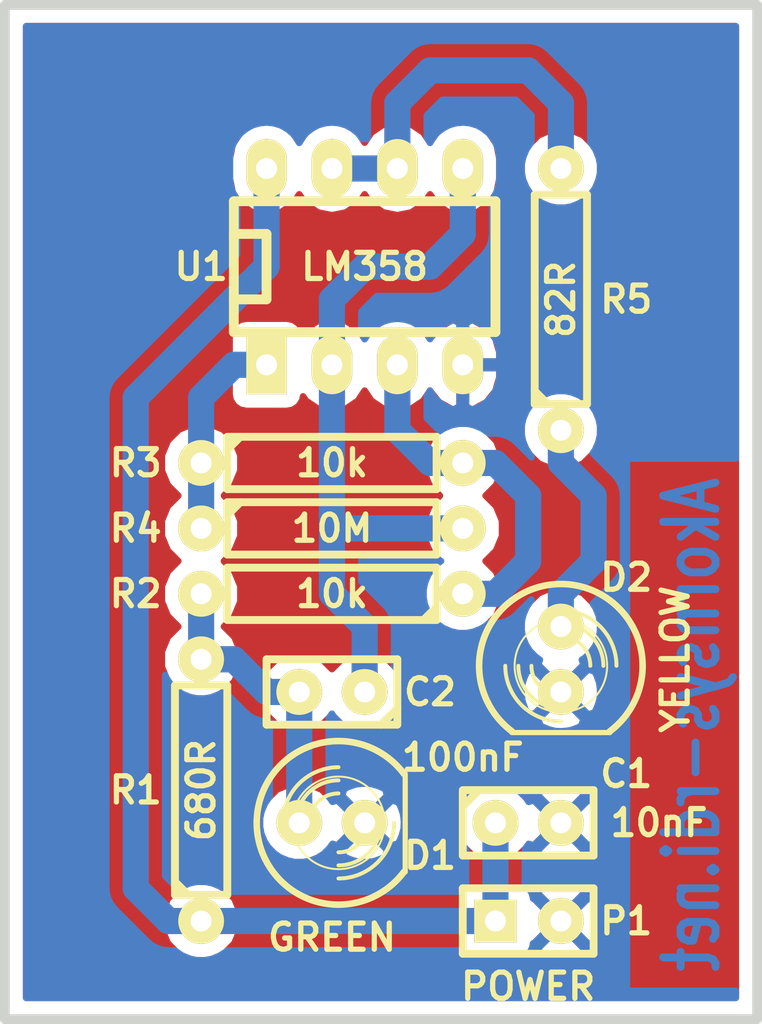
<source format=kicad_pcb>
(kicad_pcb (version 4) (host pcbnew 0.201412031631+5310~19~ubuntu14.04.1-product)

  (general
    (links 20)
    (no_connects 0)
    (area 130.619499 81.089499 160.210501 120.840501)
    (thickness 1.6002)
    (drawings 5)
    (tracks 46)
    (zones 0)
    (modules 11)
    (nets 9)
  )

  (page A4)
  (title_block
    (date "13 sep 2011")
  )

  (layers
    (0 Comp. signal)
    (31 Cobre signal)
    (32 B.Adhes user hide)
    (33 F.Adhes user hide)
    (34 B.Paste user hide)
    (35 F.Paste user hide)
    (36 B.SilkS user)
    (37 F.SilkS user)
    (38 B.Mask user)
    (39 F.Mask user)
    (40 Dwgs.User user hide)
    (41 Cmts.User user hide)
    (42 Eco1.User user hide)
    (43 Eco2.User user hide)
    (44 Edge.Cuts user)
  )

  (setup
    (last_trace_width 0.2032)
    (trace_clearance 0.254)
    (zone_clearance 0.508)
    (zone_45_only no)
    (trace_min 0.2032)
    (segment_width 0.381)
    (edge_width 0.381)
    (via_size 0.889)
    (via_drill 0.635)
    (via_min_size 0.889)
    (via_min_drill 0.508)
    (uvia_size 0.508)
    (uvia_drill 0.127)
    (uvias_allowed no)
    (uvia_min_size 0.508)
    (uvia_min_drill 0.127)
    (pcb_text_width 0.3048)
    (pcb_text_size 1.524 2.032)
    (mod_edge_width 0.381)
    (mod_text_size 1.524 1.524)
    (mod_text_width 0.3048)
    (pad_size 1.778 1.778)
    (pad_drill 0.8128)
    (pad_to_mask_clearance 0.254)
    (aux_axis_origin 0 0)
    (visible_elements FFFFFFFF)
    (pcbplotparams
      (layerselection 0x00000_80000000)
      (usegerberextensions false)
      (excludeedgelayer true)
      (linewidth 0.100000)
      (plotframeref false)
      (viasonmask false)
      (mode 1)
      (useauxorigin false)
      (hpglpennumber 1)
      (hpglpenspeed 20)
      (hpglpendiameter 15)
      (hpglpenoverlay 2)
      (psnegative false)
      (psa4output false)
      (plotreference false)
      (plotvalue false)
      (plotinvisibletext false)
      (padsonsilk false)
      (subtractmaskfromsilk false)
      (outputformat 1)
      (mirror false)
      (drillshape 0)
      (scaleselection 1)
      (outputdirectory ""))
  )

  (net 0 "")
  (net 1 GND)
  (net 2 N-000001)
  (net 3 N-000003)
  (net 4 N-000004)
  (net 5 N-000005)
  (net 6 N-000006)
  (net 7 N-000007)
  (net 8 VCC)

  (net_class Default "This is the default net class."
    (clearance 0.254)
    (trace_width 0.2032)
    (via_dia 0.889)
    (via_drill 0.635)
    (uvia_dia 0.508)
    (uvia_drill 0.127)
    (add_net GND)
    (add_net N-000001)
    (add_net N-000003)
    (add_net N-000004)
    (add_net N-000005)
    (add_net N-000006)
    (add_net N-000007)
    (add_net VCC)
  )

  (module C1 (layer Comp.) (tedit 5482207B) (tstamp 4E6F6825)
    (at 143.51 107.95 180)
    (descr "Condensateur e = 1 pas")
    (tags C)
    (path /4E6F6825)
    (fp_text reference C2 (at -3.81 0 180) (layer F.SilkS)
      (effects (font (size 1.016 1.016) (thickness 0.2032)))
    )
    (fp_text value 100nF (at -5.08 -2.54 180) (layer F.SilkS)
      (effects (font (size 1.016 1.016) (thickness 0.2032)))
    )
    (fp_line (start -2.4892 -1.27) (end 2.54 -1.27) (layer F.SilkS) (width 0.3048))
    (fp_line (start 2.54 -1.27) (end 2.54 1.27) (layer F.SilkS) (width 0.3048))
    (fp_line (start 2.54 1.27) (end -2.54 1.27) (layer F.SilkS) (width 0.3048))
    (fp_line (start -2.54 1.27) (end -2.54 -1.27) (layer F.SilkS) (width 0.3048))
    (fp_line (start -2.54 -0.635) (end -1.905 -1.27) (layer F.SilkS) (width 0.3048))
    (pad 1 thru_hole circle (at -1.27 0 180) (size 1.778 1.778) (drill 0.8128) (layers *.Cu *.Mask F.SilkS)
      (net 7 N-000007))
    (pad 2 thru_hole circle (at 1.27 0 180) (size 1.778 1.778) (drill 0.8128) (layers *.Cu *.Mask F.SilkS)
      (net 3 N-000003))
    (model discret/capa_1_pas.wrl
      (at (xyz 0 0 0))
      (scale (xyz 1 1 1))
      (rotate (xyz 0 0 0))
    )
  )

  (module C1 (layer Comp.) (tedit 5482207E) (tstamp 4E6F6828)
    (at 151.13 113.03)
    (descr "Condensateur e = 1 pas")
    (tags C)
    (path /4E6F6828)
    (fp_text reference C1 (at 3.81 -1.905) (layer F.SilkS)
      (effects (font (size 1.016 1.016) (thickness 0.2032)))
    )
    (fp_text value 10nF (at 5.08 0) (layer F.SilkS)
      (effects (font (size 1.016 1.016) (thickness 0.2032)))
    )
    (fp_line (start -2.4892 -1.27) (end 2.54 -1.27) (layer F.SilkS) (width 0.3048))
    (fp_line (start 2.54 -1.27) (end 2.54 1.27) (layer F.SilkS) (width 0.3048))
    (fp_line (start 2.54 1.27) (end -2.54 1.27) (layer F.SilkS) (width 0.3048))
    (fp_line (start -2.54 1.27) (end -2.54 -1.27) (layer F.SilkS) (width 0.3048))
    (fp_line (start -2.54 -0.635) (end -1.905 -1.27) (layer F.SilkS) (width 0.3048))
    (pad 1 thru_hole circle (at -1.27 0) (size 1.778 1.778) (drill 0.8128) (layers *.Cu *.Mask F.SilkS)
      (net 8 VCC))
    (pad 2 thru_hole circle (at 1.27 0) (size 1.778 1.778) (drill 0.8128) (layers *.Cu *.Mask F.SilkS)
      (net 1 GND))
    (model discret/capa_1_pas.wrl
      (at (xyz 0 0 0))
      (scale (xyz 1 1 1))
      (rotate (xyz 0 0 0))
    )
  )

  (module DIP-8__300_ELL (layer Comp.) (tedit 548222B6) (tstamp 4E6F6887)
    (at 144.78 91.44)
    (descr "8 pins DIL package, elliptical pads")
    (tags DIL)
    (path /4E6F6887)
    (fp_text reference U1 (at -6.35 0) (layer F.SilkS)
      (effects (font (size 1.016 1.016) (thickness 0.2032)))
    )
    (fp_text value LM358 (at 0 0) (layer F.SilkS)
      (effects (font (size 1.016 1.016) (thickness 0.2032)))
    )
    (fp_line (start -5.08 -1.27) (end -3.81 -1.27) (layer F.SilkS) (width 0.381))
    (fp_line (start -3.81 -1.27) (end -3.81 1.27) (layer F.SilkS) (width 0.381))
    (fp_line (start -3.81 1.27) (end -5.08 1.27) (layer F.SilkS) (width 0.381))
    (fp_line (start -5.08 -2.54) (end 5.08 -2.54) (layer F.SilkS) (width 0.381))
    (fp_line (start 5.08 -2.54) (end 5.08 2.54) (layer F.SilkS) (width 0.381))
    (fp_line (start 5.08 2.54) (end -5.08 2.54) (layer F.SilkS) (width 0.381))
    (fp_line (start -5.08 2.54) (end -5.08 -2.54) (layer F.SilkS) (width 0.381))
    (pad 1 thru_hole rect (at -3.81 3.81) (size 1.5748 2.286) (drill 0.8128) (layers *.Cu *.Mask F.SilkS)
      (net 6 N-000006))
    (pad 2 thru_hole oval (at -1.27 3.81) (size 1.5748 2.286) (drill 0.8128) (layers *.Cu *.Mask F.SilkS)
      (net 7 N-000007))
    (pad 3 thru_hole oval (at 1.27 3.81) (size 1.5748 2.286) (drill 0.8128) (layers *.Cu *.Mask F.SilkS)
      (net 4 N-000004))
    (pad 4 thru_hole oval (at 3.81 3.81) (size 1.5748 2.286) (drill 0.8128) (layers *.Cu *.Mask F.SilkS)
      (net 1 GND))
    (pad 5 thru_hole oval (at 3.81 -3.81) (size 1.5748 2.286) (drill 0.8128) (layers *.Cu *.Mask F.SilkS)
      (net 7 N-000007) (solder_mask_margin 0.254))
    (pad 6 thru_hole oval (at 1.27 -3.81) (size 1.5748 2.286) (drill 0.8128) (layers *.Cu *.Mask F.SilkS)
      (net 2 N-000001))
    (pad 7 thru_hole oval (at -1.27 -3.81) (size 1.5748 2.286) (drill 0.8128) (layers *.Cu *.Mask F.SilkS)
      (net 2 N-000001))
    (pad 8 thru_hole oval (at -3.81 -3.81) (size 1.5748 2.286) (drill 0.8128) (layers *.Cu *.Mask F.SilkS)
      (net 8 VCC))
    (model dil/dil_8.wrl
      (at (xyz 0 0 0))
      (scale (xyz 1 1 1))
      (rotate (xyz 0 0 0))
    )
  )

  (module LED-5MM (layer Comp.) (tedit 54822079) (tstamp 4E6F6841)
    (at 152.4 106.68 270)
    (descr "LED 5mm - Lead pitch 100mil (2,54mm)")
    (tags "LED led 5mm 5MM 100mil 2,54mm")
    (path /4E6F6841)
    (attr virtual)
    (fp_text reference D2 (at -3.175 -2.54 360) (layer F.SilkS)
      (effects (font (size 1.016 1.016) (thickness 0.2032)))
    )
    (fp_text value YELLOW (at 0 -4.445 270) (layer F.SilkS)
      (effects (font (size 1.016 1.016) (thickness 0.2032)))
    )
    (fp_line (start 2.8448 1.905) (end 2.8448 -1.905) (layer F.SilkS) (width 0.2032))
    (fp_circle (center 0.254 0) (end -1.016 1.27) (layer F.SilkS) (width 0.0762))
    (fp_arc (start 0.254 0) (end 2.794 1.905) (angle 286.2) (layer F.SilkS) (width 0.254))
    (fp_arc (start 0.254 0) (end -0.889 0) (angle 90) (layer F.SilkS) (width 0.1524))
    (fp_arc (start 0.254 0) (end 1.397 0) (angle 90) (layer F.SilkS) (width 0.1524))
    (fp_arc (start 0.254 0) (end -1.397 0) (angle 90) (layer F.SilkS) (width 0.1524))
    (fp_arc (start 0.254 0) (end 1.905 0) (angle 90) (layer F.SilkS) (width 0.1524))
    (fp_arc (start 0.254 0) (end -1.905 0) (angle 90) (layer F.SilkS) (width 0.1524))
    (fp_arc (start 0.254 0) (end 2.413 0) (angle 90) (layer F.SilkS) (width 0.1524))
    (pad 1 thru_hole circle (at -1.27 0 270) (size 1.778 1.778) (drill 0.8128) (layers *.Cu *.Mask F.SilkS)
      (net 5 N-000005))
    (pad 2 thru_hole circle (at 1.27 0 270) (size 1.778 1.778) (drill 0.8128) (layers *.Cu *.Mask F.SilkS)
      (net 1 GND))
    (model discret/leds/led5_vertical_verde.wrl
      (at (xyz 0 0 0))
      (scale (xyz 1 1 1))
      (rotate (xyz 0 0 0))
    )
  )

  (module LED-5MM (layer Comp.) (tedit 54822083) (tstamp 4E6F683D)
    (at 143.51 113.03)
    (descr "LED 5mm - Lead pitch 100mil (2,54mm)")
    (tags "LED led 5mm 5MM 100mil 2,54mm")
    (path /4E6F683D)
    (attr virtual)
    (fp_text reference D1 (at 3.81 1.27) (layer F.SilkS)
      (effects (font (size 1.016 1.016) (thickness 0.2032)))
    )
    (fp_text value GREEN (at 0 4.445) (layer F.SilkS)
      (effects (font (size 1.016 1.016) (thickness 0.2032)))
    )
    (fp_line (start 2.8448 1.905) (end 2.8448 -1.905) (layer F.SilkS) (width 0.2032))
    (fp_circle (center 0.254 0) (end -1.016 1.27) (layer F.SilkS) (width 0.0762))
    (fp_arc (start 0.254 0) (end 2.794 1.905) (angle 286.2) (layer F.SilkS) (width 0.254))
    (fp_arc (start 0.254 0) (end -0.889 0) (angle 90) (layer F.SilkS) (width 0.1524))
    (fp_arc (start 0.254 0) (end 1.397 0) (angle 90) (layer F.SilkS) (width 0.1524))
    (fp_arc (start 0.254 0) (end -1.397 0) (angle 90) (layer F.SilkS) (width 0.1524))
    (fp_arc (start 0.254 0) (end 1.905 0) (angle 90) (layer F.SilkS) (width 0.1524))
    (fp_arc (start 0.254 0) (end -1.905 0) (angle 90) (layer F.SilkS) (width 0.1524))
    (fp_arc (start 0.254 0) (end 2.413 0) (angle 90) (layer F.SilkS) (width 0.1524))
    (pad 1 thru_hole circle (at -1.27 0) (size 1.778 1.778) (drill 0.8128) (layers *.Cu *.Mask F.SilkS)
      (net 3 N-000003))
    (pad 2 thru_hole circle (at 1.27 0) (size 1.778 1.778) (drill 0.8128) (layers *.Cu *.Mask F.SilkS)
      (net 1 GND))
    (model discret/leds/led5_vertical_verde.wrl
      (at (xyz 0 0 0))
      (scale (xyz 1 1 1))
      (rotate (xyz 0 0 0))
    )
  )

  (module R4 (layer Comp.) (tedit 54822CF2) (tstamp 4E6F681C)
    (at 152.4 92.71 90)
    (descr "Resitance 4 pas")
    (tags R)
    (path /4E6F681C)
    (autoplace_cost180 10)
    (fp_text reference R5 (at 0 2.54 180) (layer F.SilkS)
      (effects (font (size 1.016 1.016) (thickness 0.2032)))
    )
    (fp_text value 82R (at 0 0 90) (layer F.SilkS)
      (effects (font (size 1.016 1.016) (thickness 0.2032)))
    )
    (fp_line (start -5.08 0) (end -4.064 0) (layer F.SilkS) (width 0.3048))
    (fp_line (start -4.064 0) (end -4.064 -1.016) (layer F.SilkS) (width 0.3048))
    (fp_line (start -4.064 -1.016) (end 4.064 -1.016) (layer F.SilkS) (width 0.3048))
    (fp_line (start 4.064 -1.016) (end 4.064 1.016) (layer F.SilkS) (width 0.3048))
    (fp_line (start 4.064 1.016) (end -4.064 1.016) (layer F.SilkS) (width 0.3048))
    (fp_line (start -4.064 1.016) (end -4.064 0) (layer F.SilkS) (width 0.3048))
    (fp_line (start -4.064 -0.508) (end -3.556 -1.016) (layer F.SilkS) (width 0.3048))
    (fp_line (start 5.08 0) (end 4.064 0) (layer F.SilkS) (width 0.3048))
    (pad 1 thru_hole circle (at -5.08 0 90) (size 1.778 1.778) (drill 0.8128) (layers *.Cu *.Mask F.SilkS)
      (net 5 N-000005))
    (pad 2 thru_hole circle (at 5.08 0 90) (size 1.778 1.778) (drill 0.8128) (layers *.Cu *.Mask F.SilkS)
      (net 2 N-000001))
    (model discret/resistor.wrl
      (at (xyz 0 0 0))
      (scale (xyz 0.4 0.4 0.4))
      (rotate (xyz 0 0 0))
    )
  )

  (module R4 (layer Comp.) (tedit 54822073) (tstamp 4E6F6814)
    (at 143.51 101.6)
    (descr "Resitance 4 pas")
    (tags R)
    (path /4E6F6814)
    (autoplace_cost180 10)
    (fp_text reference R4 (at -7.62 0) (layer F.SilkS)
      (effects (font (size 1.016 1.016) (thickness 0.2032)))
    )
    (fp_text value 10M (at 0 0) (layer F.SilkS)
      (effects (font (size 1.016 1.016) (thickness 0.2032)))
    )
    (fp_line (start -5.08 0) (end -4.064 0) (layer F.SilkS) (width 0.3048))
    (fp_line (start -4.064 0) (end -4.064 -1.016) (layer F.SilkS) (width 0.3048))
    (fp_line (start -4.064 -1.016) (end 4.064 -1.016) (layer F.SilkS) (width 0.3048))
    (fp_line (start 4.064 -1.016) (end 4.064 1.016) (layer F.SilkS) (width 0.3048))
    (fp_line (start 4.064 1.016) (end -4.064 1.016) (layer F.SilkS) (width 0.3048))
    (fp_line (start -4.064 1.016) (end -4.064 0) (layer F.SilkS) (width 0.3048))
    (fp_line (start -4.064 -0.508) (end -3.556 -1.016) (layer F.SilkS) (width 0.3048))
    (fp_line (start 5.08 0) (end 4.064 0) (layer F.SilkS) (width 0.3048))
    (pad 1 thru_hole circle (at -5.08 0) (size 1.778 1.778) (drill 0.8128) (layers *.Cu *.Mask F.SilkS)
      (net 6 N-000006))
    (pad 2 thru_hole circle (at 5.08 0) (size 1.778 1.778) (drill 0.8128) (layers *.Cu *.Mask F.SilkS)
      (net 7 N-000007))
    (model discret/resistor.wrl
      (at (xyz 0 0 0))
      (scale (xyz 0.4 0.4 0.4))
      (rotate (xyz 0 0 0))
    )
  )

  (module R4 (layer Comp.) (tedit 54822070) (tstamp 4E6F6816)
    (at 143.51 99.06)
    (descr "Resitance 4 pas")
    (tags R)
    (path /4E6F6816)
    (autoplace_cost180 10)
    (fp_text reference R3 (at -7.62 0) (layer F.SilkS)
      (effects (font (size 1.016 1.016) (thickness 0.2032)))
    )
    (fp_text value 10k (at 0 0) (layer F.SilkS)
      (effects (font (size 1.016 1.016) (thickness 0.2032)))
    )
    (fp_line (start -5.08 0) (end -4.064 0) (layer F.SilkS) (width 0.3048))
    (fp_line (start -4.064 0) (end -4.064 -1.016) (layer F.SilkS) (width 0.3048))
    (fp_line (start -4.064 -1.016) (end 4.064 -1.016) (layer F.SilkS) (width 0.3048))
    (fp_line (start 4.064 -1.016) (end 4.064 1.016) (layer F.SilkS) (width 0.3048))
    (fp_line (start 4.064 1.016) (end -4.064 1.016) (layer F.SilkS) (width 0.3048))
    (fp_line (start -4.064 1.016) (end -4.064 0) (layer F.SilkS) (width 0.3048))
    (fp_line (start -4.064 -0.508) (end -3.556 -1.016) (layer F.SilkS) (width 0.3048))
    (fp_line (start 5.08 0) (end 4.064 0) (layer F.SilkS) (width 0.3048))
    (pad 1 thru_hole circle (at -5.08 0) (size 1.778 1.778) (drill 0.8128) (layers *.Cu *.Mask F.SilkS)
      (net 6 N-000006))
    (pad 2 thru_hole circle (at 5.08 0) (size 1.778 1.778) (drill 0.8128) (layers *.Cu *.Mask F.SilkS)
      (net 4 N-000004))
    (model discret/resistor.wrl
      (at (xyz 0 0 0))
      (scale (xyz 0.4 0.4 0.4))
      (rotate (xyz 0 0 0))
    )
  )

  (module R4 (layer Comp.) (tedit 54822076) (tstamp 4E6F680F)
    (at 143.51 104.14 180)
    (descr "Resitance 4 pas")
    (tags R)
    (path /4E6F680F)
    (autoplace_cost180 10)
    (fp_text reference R2 (at 7.62 0 180) (layer F.SilkS)
      (effects (font (size 1.016 1.016) (thickness 0.2032)))
    )
    (fp_text value 10k (at 0 0 180) (layer F.SilkS)
      (effects (font (size 1.016 1.016) (thickness 0.2032)))
    )
    (fp_line (start -5.08 0) (end -4.064 0) (layer F.SilkS) (width 0.3048))
    (fp_line (start -4.064 0) (end -4.064 -1.016) (layer F.SilkS) (width 0.3048))
    (fp_line (start -4.064 -1.016) (end 4.064 -1.016) (layer F.SilkS) (width 0.3048))
    (fp_line (start 4.064 -1.016) (end 4.064 1.016) (layer F.SilkS) (width 0.3048))
    (fp_line (start 4.064 1.016) (end -4.064 1.016) (layer F.SilkS) (width 0.3048))
    (fp_line (start -4.064 1.016) (end -4.064 0) (layer F.SilkS) (width 0.3048))
    (fp_line (start -4.064 -0.508) (end -3.556 -1.016) (layer F.SilkS) (width 0.3048))
    (fp_line (start 5.08 0) (end 4.064 0) (layer F.SilkS) (width 0.3048))
    (pad 1 thru_hole circle (at -5.08 0 180) (size 1.778 1.778) (drill 0.8128) (layers *.Cu *.Mask F.SilkS)
      (net 4 N-000004))
    (pad 2 thru_hole circle (at 5.08 0 180) (size 1.778 1.778) (drill 0.8128) (layers *.Cu *.Mask F.SilkS)
      (net 3 N-000003))
    (model discret/resistor.wrl
      (at (xyz 0 0 0))
      (scale (xyz 0.4 0.4 0.4))
      (rotate (xyz 0 0 0))
    )
  )

  (module R4 (layer Comp.) (tedit 54822086) (tstamp 4E6F681A)
    (at 138.43 111.76 90)
    (descr "Resitance 4 pas")
    (tags R)
    (path /4E6F681A)
    (autoplace_cost180 10)
    (fp_text reference R1 (at 0 -2.54 180) (layer F.SilkS)
      (effects (font (size 1.016 1.016) (thickness 0.2032)))
    )
    (fp_text value 680R (at 0 0 90) (layer F.SilkS)
      (effects (font (size 1.016 1.016) (thickness 0.2032)))
    )
    (fp_line (start -5.08 0) (end -4.064 0) (layer F.SilkS) (width 0.3048))
    (fp_line (start -4.064 0) (end -4.064 -1.016) (layer F.SilkS) (width 0.3048))
    (fp_line (start -4.064 -1.016) (end 4.064 -1.016) (layer F.SilkS) (width 0.3048))
    (fp_line (start 4.064 -1.016) (end 4.064 1.016) (layer F.SilkS) (width 0.3048))
    (fp_line (start 4.064 1.016) (end -4.064 1.016) (layer F.SilkS) (width 0.3048))
    (fp_line (start -4.064 1.016) (end -4.064 0) (layer F.SilkS) (width 0.3048))
    (fp_line (start -4.064 -0.508) (end -3.556 -1.016) (layer F.SilkS) (width 0.3048))
    (fp_line (start 5.08 0) (end 4.064 0) (layer F.SilkS) (width 0.3048))
    (pad 1 thru_hole circle (at -5.08 0 90) (size 1.778 1.778) (drill 0.8128) (layers *.Cu *.Mask F.SilkS)
      (net 8 VCC))
    (pad 2 thru_hole circle (at 5.08 0 90) (size 1.778 1.778) (drill 0.8128) (layers *.Cu *.Mask F.SilkS)
      (net 3 N-000003))
    (model discret/resistor.wrl
      (at (xyz 0 0 0))
      (scale (xyz 0.4 0.4 0.4))
      (rotate (xyz 0 0 0))
    )
  )

  (module SIL-2 (layer Comp.) (tedit 54822081) (tstamp 4E6F6831)
    (at 151.13 116.84)
    (descr "Connecteurs 2 pins")
    (tags "CONN DEV")
    (path /4E6F6831)
    (fp_text reference P1 (at 3.81 0) (layer F.SilkS)
      (effects (font (size 1.016 1.016) (thickness 0.2032)))
    )
    (fp_text value POWER (at 0 2.54) (layer F.SilkS)
      (effects (font (size 1.016 1.016) (thickness 0.2032)))
    )
    (fp_line (start -2.54 1.27) (end -2.54 -1.27) (layer F.SilkS) (width 0.3048))
    (fp_line (start -2.54 -1.27) (end 2.54 -1.27) (layer F.SilkS) (width 0.3048))
    (fp_line (start 2.54 -1.27) (end 2.54 1.27) (layer F.SilkS) (width 0.3048))
    (fp_line (start 2.54 1.27) (end -2.54 1.27) (layer F.SilkS) (width 0.3048))
    (pad 1 thru_hole rect (at -1.27 0) (size 1.651 1.651) (drill 0.8128) (layers *.Cu *.Mask F.SilkS)
      (net 8 VCC))
    (pad 2 thru_hole circle (at 1.27 0) (size 1.778 1.778) (drill 0.8128) (layers *.Cu *.Mask F.SilkS)
      (net 1 GND))
  )

  (gr_line (start 130.81 81.28) (end 160.02 81.28) (angle 90) (layer Edge.Cuts) (width 0.381))
  (gr_line (start 130.81 120.65) (end 160.02 120.65) (angle 90) (layer Edge.Cuts) (width 0.381))
  (gr_text Akornsys-rdi.net (at 157.48 109.22 90) (layer Cobre)
    (effects (font (size 2.032 1.524) (thickness 0.3048)) (justify mirror))
  )
  (gr_line (start 130.81 120.65) (end 130.81 81.28) (angle 90) (layer Edge.Cuts) (width 0.381))
  (gr_line (start 160.02 81.28) (end 160.02 120.65) (angle 90) (layer Edge.Cuts) (width 0.381))

  (segment (start 152.4 85.09) (end 152.4 87.63) (width 1.016) (layer Cobre) (net 2) (status 400))
  (segment (start 146.05 87.63) (end 146.05 85.09) (width 1.016) (layer Cobre) (net 2) (status 800))
  (segment (start 147.32 83.82) (end 151.13 83.82) (width 1.016) (layer Cobre) (net 2))
  (segment (start 146.05 85.09) (end 147.32 83.82) (width 1.016) (layer Cobre) (net 2))
  (segment (start 143.51 87.63) (end 146.05 87.63) (width 1.016) (layer Cobre) (net 2) (status C00))
  (segment (start 151.13 83.82) (end 152.4 85.09) (width 1.016) (layer Cobre) (net 2))
  (segment (start 140.97 107.95) (end 139.7 106.68) (width 1.016) (layer Cobre) (net 3))
  (segment (start 142.24 113.03) (end 142.24 107.95) (width 1.016) (layer Cobre) (net 3) (status C00))
  (segment (start 138.43 106.68) (end 139.7 106.68) (width 1.016) (layer Cobre) (net 3) (status 800))
  (segment (start 139.7 106.68) (end 138.43 106.68) (width 1.016) (layer Cobre) (net 3) (status 400))
  (segment (start 142.24 107.95) (end 140.97 107.95) (width 1.016) (layer Cobre) (net 3) (status 800))
  (segment (start 138.43 104.14) (end 138.43 106.68) (width 1.016) (layer Cobre) (net 3) (status C00))
  (segment (start 149.86 104.14) (end 148.59 104.14) (width 1.016) (layer Cobre) (net 4) (status 400))
  (segment (start 151.13 100.33) (end 151.13 102.87) (width 1.016) (layer Cobre) (net 4))
  (segment (start 149.86 99.06) (end 151.13 100.33) (width 1.016) (layer Cobre) (net 4))
  (segment (start 148.59 99.06) (end 149.86 99.06) (width 1.016) (layer Cobre) (net 4) (status 800))
  (segment (start 146.05 97.79) (end 147.32 99.06) (width 1.016) (layer Cobre) (net 4))
  (segment (start 147.32 99.06) (end 148.59 99.06) (width 1.016) (layer Cobre) (net 4) (status 400))
  (segment (start 146.05 95.25) (end 146.05 97.79) (width 1.016) (layer Cobre) (net 4) (status 800))
  (segment (start 151.13 102.87) (end 149.86 104.14) (width 1.016) (layer Cobre) (net 4))
  (segment (start 152.4 105.41) (end 152.4 104.14) (width 1.016) (layer Cobre) (net 5) (status 800))
  (segment (start 152.4 99.06) (end 152.4 97.79) (width 1.016) (layer Cobre) (net 5) (status 400))
  (segment (start 153.67 100.33) (end 152.4 99.06) (width 1.016) (layer Cobre) (net 5))
  (segment (start 153.67 102.87) (end 153.67 100.33) (width 1.016) (layer Cobre) (net 5))
  (segment (start 152.4 104.14) (end 153.67 102.87) (width 1.016) (layer Cobre) (net 5))
  (segment (start 140.97 95.25) (end 139.7 95.25) (width 1.016) (layer Cobre) (net 6) (status 800))
  (segment (start 138.43 96.52) (end 138.43 99.06) (width 1.016) (layer Cobre) (net 6) (status 400))
  (segment (start 139.7 95.25) (end 138.43 96.52) (width 1.016) (layer Cobre) (net 6))
  (segment (start 138.43 101.6) (end 138.43 99.06) (width 1.016) (layer Cobre) (net 6) (status C00))
  (segment (start 144.78 91.44) (end 147.32 91.44) (width 1.016) (layer Cobre) (net 7))
  (segment (start 143.51 104.14) (end 143.51 101.6) (width 1.016) (layer Cobre) (net 7))
  (segment (start 144.78 105.41) (end 143.51 104.14) (width 1.016) (layer Cobre) (net 7))
  (segment (start 148.59 101.6) (end 143.51 101.6) (width 1.016) (layer Cobre) (net 7) (status 800))
  (segment (start 143.51 101.6) (end 143.51 95.25) (width 1.016) (layer Cobre) (net 7) (status 400))
  (segment (start 143.51 95.25) (end 143.51 92.71) (width 1.016) (layer Cobre) (net 7) (status 800))
  (segment (start 148.59 90.17) (end 148.59 87.63) (width 1.016) (layer Cobre) (net 7) (status 400))
  (segment (start 143.51 92.71) (end 144.78 91.44) (width 1.016) (layer Cobre) (net 7))
  (segment (start 144.78 107.95) (end 144.78 105.41) (width 1.016) (layer Cobre) (net 7) (status 800))
  (segment (start 147.32 91.44) (end 148.59 90.17) (width 1.016) (layer Cobre) (net 7))
  (segment (start 135.89 96.52) (end 140.97 91.44) (width 1.016) (layer Cobre) (net 8))
  (segment (start 135.89 115.57) (end 135.89 96.52) (width 1.016) (layer Cobre) (net 8))
  (segment (start 137.16 116.84) (end 135.89 115.57) (width 1.016) (layer Cobre) (net 8))
  (segment (start 138.43 116.84) (end 149.86 116.84) (width 1.016) (layer Cobre) (net 8) (status C00))
  (segment (start 149.86 116.84) (end 149.86 113.03) (width 1.016) (layer Cobre) (net 8) (status C00))
  (segment (start 138.43 116.84) (end 137.16 116.84) (width 1.016) (layer Cobre) (net 8) (status 800))
  (segment (start 140.97 91.44) (end 140.97 87.63) (width 1.016) (layer Cobre) (net 8) (status 400))

  (zone (net 1) (net_name GND) (layer Cobre) (tstamp 54821F65) (hatch edge 0.508)
    (connect_pads (clearance 0.508))
    (min_thickness 0.254)
    (fill yes (arc_segments 32) (thermal_gap 0.508) (thermal_bridge_width 0.508))
    (polygon
      (pts
        (xy 160.02 81.28) (xy 130.81 81.28) (xy 130.81 120.65) (xy 160.02 120.65)
      )
    )
    (filled_polygon
      (pts
        (xy 159.1945 119.8245) (xy 154.813 119.8245) (xy 154.813 102.87) (xy 154.813 100.33) (xy 154.802694 100.224894)
        (xy 154.793495 100.119743) (xy 154.791818 100.113972) (xy 154.791232 100.10799) (xy 154.760727 100.006954) (xy 154.73126 99.905526)
        (xy 154.728491 99.900184) (xy 154.726756 99.894437) (xy 154.677206 99.801247) (xy 154.6286 99.707477) (xy 154.624851 99.702781)
        (xy 154.622029 99.697473) (xy 154.555305 99.615661) (xy 154.489429 99.53314) (xy 154.481177 99.524773) (xy 154.481039 99.524603)
        (xy 154.480881 99.524472) (xy 154.478223 99.521777) (xy 153.636937 98.680491) (xy 153.731522 98.54641) (xy 153.853084 98.273377)
        (xy 153.919299 97.981932) (xy 153.924065 97.640564) (xy 153.866014 97.347384) (xy 153.752123 97.071063) (xy 153.58673 96.822127)
        (xy 153.376135 96.610056) (xy 153.128359 96.442929) (xy 152.85284 96.327112) (xy 152.560072 96.267015) (xy 152.261208 96.264929)
        (xy 151.96763 96.320932) (xy 151.69052 96.432891) (xy 151.440435 96.596542) (xy 151.226899 96.805652) (xy 151.058047 97.052255)
        (xy 150.940309 97.326959) (xy 150.87817 97.619299) (xy 150.873997 97.918142) (xy 150.927949 98.212104) (xy 151.037971 98.489988)
        (xy 151.199872 98.74121) (xy 151.257 98.800367) (xy 151.257 98.840554) (xy 150.668223 98.251777) (xy 150.586606 98.184736)
        (xy 150.505757 98.116895) (xy 150.500492 98.114001) (xy 150.495846 98.110184) (xy 150.402791 98.060288) (xy 150.310276 98.009428)
        (xy 150.304544 98.007609) (xy 150.29925 98.004771) (xy 150.198321 97.973913) (xy 150.097643 97.941977) (xy 150.091668 97.941306)
        (xy 150.085922 97.93955) (xy 150.0124 97.932081) (xy 150.0124 95.7326) (xy 150.0124 95.377) (xy 150.0124 95.123)
        (xy 150.0124 94.7674) (xy 149.960293 94.492344) (xy 149.855526 94.232738) (xy 149.702125 93.99856) (xy 149.505986 93.798808)
        (xy 149.274646 93.641159) (xy 149.016996 93.531672) (xy 148.93706 93.51499) (xy 148.717 93.637148) (xy 148.717 95.123)
        (xy 150.0124 95.123) (xy 150.0124 95.377) (xy 148.717 95.377) (xy 148.717 96.862852) (xy 148.93706 96.98501)
        (xy 149.016996 96.968328) (xy 149.274646 96.858841) (xy 149.505986 96.701192) (xy 149.702125 96.50144) (xy 149.855526 96.267262)
        (xy 149.960293 96.007656) (xy 150.0124 95.7326) (xy 150.0124 97.932081) (xy 149.980921 97.928884) (xy 149.875959 97.917111)
        (xy 149.864208 97.917029) (xy 149.863989 97.917007) (xy 149.863784 97.917026) (xy 149.86 97.917) (xy 149.602821 97.917)
        (xy 149.566135 97.880056) (xy 149.318359 97.712929) (xy 149.04284 97.597112) (xy 148.750072 97.537015) (xy 148.451208 97.534929)
        (xy 148.15763 97.590932) (xy 147.88052 97.702891) (xy 147.698468 97.822022) (xy 147.193 97.316554) (xy 147.193 96.454328)
        (xy 147.223641 96.417812) (xy 147.316825 96.24831) (xy 147.324474 96.267262) (xy 147.477875 96.50144) (xy 147.674014 96.701192)
        (xy 147.905354 96.858841) (xy 148.163004 96.968328) (xy 148.24294 96.98501) (xy 148.463 96.862852) (xy 148.463 95.377)
        (xy 148.443 95.377) (xy 148.443 95.123) (xy 148.463 95.123) (xy 148.463 93.637148) (xy 148.24294 93.51499)
        (xy 148.163004 93.531672) (xy 147.905354 93.641159) (xy 147.674014 93.798808) (xy 147.477875 93.99856) (xy 147.324474 94.232738)
        (xy 147.31652 94.252446) (xy 147.234747 94.098653) (xy 147.059293 93.883525) (xy 146.845396 93.706574) (xy 146.601202 93.574539)
        (xy 146.336013 93.492449) (xy 146.05993 93.463432) (xy 145.783469 93.488592) (xy 145.51716 93.566971) (xy 145.271146 93.695583)
        (xy 145.054799 93.869531) (xy 144.876359 94.082188) (xy 144.779587 94.258214) (xy 144.694747 94.098653) (xy 144.653 94.047466)
        (xy 144.653 93.183446) (xy 145.253446 92.583) (xy 147.32 92.583) (xy 147.425105 92.572694) (xy 147.530257 92.563495)
        (xy 147.536027 92.561818) (xy 147.54201 92.561232) (xy 147.643058 92.530723) (xy 147.744473 92.50126) (xy 147.749812 92.498492)
        (xy 147.755563 92.496756) (xy 147.848731 92.447217) (xy 147.942523 92.398601) (xy 147.947222 92.394849) (xy 147.952527 92.392029)
        (xy 148.03431 92.325327) (xy 148.11686 92.259429) (xy 148.125226 92.251177) (xy 148.125397 92.251039) (xy 148.125527 92.250881)
        (xy 148.128223 92.248223) (xy 149.398223 90.978223) (xy 149.465241 90.896633) (xy 149.533105 90.815757) (xy 149.536 90.810489)
        (xy 149.539815 90.805846) (xy 149.589689 90.71283) (xy 149.640572 90.620276) (xy 149.64239 90.614544) (xy 149.645229 90.60925)
        (xy 149.676086 90.508321) (xy 149.708023 90.407643) (xy 149.708693 90.401668) (xy 149.71045 90.395922) (xy 149.721116 90.290916)
        (xy 149.732889 90.185959) (xy 149.73297 90.174209) (xy 149.732993 90.17399) (xy 149.732973 90.173785) (xy 149.733 90.17)
        (xy 149.733 88.834328) (xy 149.763641 88.797812) (xy 149.897378 88.554546) (xy 149.981317 88.289937) (xy 150.012261 88.014063)
        (xy 150.0124 87.994203) (xy 150.0124 87.265797) (xy 149.985311 86.989518) (xy 149.905074 86.723762) (xy 149.774747 86.478653)
        (xy 149.599293 86.263525) (xy 149.385396 86.086574) (xy 149.141202 85.954539) (xy 148.876013 85.872449) (xy 148.59993 85.843432)
        (xy 148.323469 85.868592) (xy 148.05716 85.946971) (xy 147.811146 86.075583) (xy 147.594799 86.249531) (xy 147.416359 86.462188)
        (xy 147.319587 86.638214) (xy 147.234747 86.478653) (xy 147.193 86.427466) (xy 147.193 85.563446) (xy 147.793446 84.963)
        (xy 150.656554 84.963) (xy 151.257 85.563446) (xy 151.257 86.616174) (xy 151.226899 86.645652) (xy 151.058047 86.892255)
        (xy 150.940309 87.166959) (xy 150.87817 87.459299) (xy 150.873997 87.758142) (xy 150.927949 88.052104) (xy 151.037971 88.329988)
        (xy 151.199872 88.58121) (xy 151.407486 88.7962) (xy 151.652904 88.96677) (xy 151.926779 89.086423) (xy 152.218679 89.150602)
        (xy 152.517486 89.156861) (xy 152.811817 89.104962) (xy 153.090462 88.996883) (xy 153.342808 88.836739) (xy 153.559243 88.630631)
        (xy 153.731522 88.38641) (xy 153.853084 88.113377) (xy 153.919299 87.821932) (xy 153.924065 87.480564) (xy 153.866014 87.187384)
        (xy 153.752123 86.911063) (xy 153.58673 86.662127) (xy 153.543 86.61809) (xy 153.543 85.09) (xy 153.532694 84.984894)
        (xy 153.523495 84.879743) (xy 153.521818 84.873972) (xy 153.521232 84.86799) (xy 153.490727 84.766954) (xy 153.46126 84.665526)
        (xy 153.458491 84.660184) (xy 153.456756 84.654437) (xy 153.407206 84.561247) (xy 153.3586 84.467477) (xy 153.354851 84.462781)
        (xy 153.352029 84.457473) (xy 153.285305 84.375661) (xy 153.219429 84.29314) (xy 153.211177 84.284773) (xy 153.211039 84.284603)
        (xy 153.210881 84.284472) (xy 153.208223 84.281777) (xy 151.938223 83.011777) (xy 151.856606 82.944736) (xy 151.775757 82.876895)
        (xy 151.770492 82.874001) (xy 151.765846 82.870184) (xy 151.672791 82.820288) (xy 151.580276 82.769428) (xy 151.574544 82.767609)
        (xy 151.56925 82.764771) (xy 151.468321 82.733913) (xy 151.367643 82.701977) (xy 151.361668 82.701306) (xy 151.355922 82.69955)
        (xy 151.250921 82.688884) (xy 151.145959 82.677111) (xy 151.134208 82.677029) (xy 151.133989 82.677007) (xy 151.133784 82.677026)
        (xy 151.13 82.677) (xy 147.32 82.677) (xy 147.214894 82.687305) (xy 147.109743 82.696505) (xy 147.103972 82.698181)
        (xy 147.09799 82.698768) (xy 146.996954 82.729272) (xy 146.895526 82.75874) (xy 146.890184 82.761508) (xy 146.884437 82.763244)
        (xy 146.791247 82.812793) (xy 146.697477 82.8614) (xy 146.692781 82.865148) (xy 146.687473 82.867971) (xy 146.605661 82.934694)
        (xy 146.52314 83.000571) (xy 146.514773 83.008822) (xy 146.514603 83.008961) (xy 146.514472 83.009118) (xy 146.511777 83.011777)
        (xy 145.241777 84.281777) (xy 145.174736 84.363393) (xy 145.106895 84.444243) (xy 145.104001 84.449507) (xy 145.100184 84.454154)
        (xy 145.050288 84.547208) (xy 144.999428 84.639724) (xy 144.997609 84.645455) (xy 144.994771 84.65075) (xy 144.963913 84.751678)
        (xy 144.931977 84.852357) (xy 144.931306 84.858331) (xy 144.92955 84.864078) (xy 144.918884 84.969078) (xy 144.907111 85.074041)
        (xy 144.907029 85.085791) (xy 144.907007 85.086011) (xy 144.907026 85.086215) (xy 144.907 85.09) (xy 144.907 86.425671)
        (xy 144.876359 86.462188) (xy 144.862718 86.487) (xy 144.699185 86.487) (xy 144.694747 86.478653) (xy 144.519293 86.263525)
        (xy 144.305396 86.086574) (xy 144.061202 85.954539) (xy 143.796013 85.872449) (xy 143.51993 85.843432) (xy 143.243469 85.868592)
        (xy 142.97716 85.946971) (xy 142.731146 86.075583) (xy 142.514799 86.249531) (xy 142.336359 86.462188) (xy 142.239587 86.638214)
        (xy 142.154747 86.478653) (xy 141.979293 86.263525) (xy 141.765396 86.086574) (xy 141.521202 85.954539) (xy 141.256013 85.872449)
        (xy 140.97993 85.843432) (xy 140.703469 85.868592) (xy 140.43716 85.946971) (xy 140.191146 86.075583) (xy 139.974799 86.249531)
        (xy 139.796359 86.462188) (xy 139.662622 86.705454) (xy 139.578683 86.970063) (xy 139.547739 87.245937) (xy 139.5476 87.265797)
        (xy 139.5476 87.994203) (xy 139.574689 88.270482) (xy 139.654926 88.536238) (xy 139.785253 88.781347) (xy 139.827 88.832533)
        (xy 139.827 90.966554) (xy 135.081777 95.711777) (xy 135.014736 95.793393) (xy 134.946895 95.874243) (xy 134.944001 95.879507)
        (xy 134.940184 95.884154) (xy 134.890288 95.977208) (xy 134.839428 96.069724) (xy 134.837609 96.075455) (xy 134.834771 96.08075)
        (xy 134.803913 96.181678) (xy 134.771977 96.282357) (xy 134.771306 96.288331) (xy 134.76955 96.294078) (xy 134.758884 96.399078)
        (xy 134.747111 96.504041) (xy 134.747029 96.515791) (xy 134.747007 96.516011) (xy 134.747026 96.516215) (xy 134.747 96.52)
        (xy 134.747 115.57) (xy 134.757305 115.675105) (xy 134.766505 115.780257) (xy 134.768181 115.786027) (xy 134.768768 115.79201)
        (xy 134.799276 115.893058) (xy 134.82874 115.994473) (xy 134.831507 115.999812) (xy 134.833244 116.005563) (xy 134.882782 116.098731)
        (xy 134.931399 116.192523) (xy 134.93515 116.197222) (xy 134.937971 116.202527) (xy 135.004672 116.28431) (xy 135.070571 116.36686)
        (xy 135.078822 116.375226) (xy 135.078961 116.375397) (xy 135.079118 116.375527) (xy 135.081777 116.378223) (xy 136.351777 117.648223)
        (xy 136.433366 117.715241) (xy 136.514243 117.783105) (xy 136.51951 117.786) (xy 136.524154 117.789815) (xy 136.617169 117.839689)
        (xy 136.709724 117.890572) (xy 136.715455 117.89239) (xy 136.72075 117.895229) (xy 136.821678 117.926086) (xy 136.922357 117.958023)
        (xy 136.928331 117.958693) (xy 136.934078 117.96045) (xy 137.039083 117.971116) (xy 137.144041 117.982889) (xy 137.15579 117.98297)
        (xy 137.15601 117.982993) (xy 137.156214 117.982973) (xy 137.16 117.983) (xy 137.415081 117.983) (xy 137.437486 118.0062)
        (xy 137.682904 118.17677) (xy 137.956779 118.296423) (xy 138.248679 118.360602) (xy 138.547486 118.366861) (xy 138.841817 118.314962)
        (xy 139.120462 118.206883) (xy 139.372808 118.046739) (xy 139.43974 117.983) (xy 148.487043 117.983) (xy 148.557174 118.088934)
        (xy 148.693708 118.204942) (xy 148.857111 118.278419) (xy 149.0345 118.303572) (xy 150.6855 118.303572) (xy 150.788543 118.295197)
        (xy 150.959541 118.241727) (xy 151.108934 118.142826) (xy 151.224942 118.006292) (xy 151.298419 117.842889) (xy 151.317533 117.708088)
        (xy 151.343769 117.716626) (xy 152.220395 116.84) (xy 151.343769 115.963374) (xy 151.320044 115.971094) (xy 151.315197 115.911457)
        (xy 151.261727 115.740459) (xy 151.162826 115.591066) (xy 151.026292 115.475058) (xy 151.003 115.464584) (xy 151.003 114.046098)
        (xy 151.019243 114.030631) (xy 151.150977 113.843885) (xy 151.343769 113.906626) (xy 152.220395 113.03) (xy 151.343769 112.153374)
        (xy 151.149383 112.216633) (xy 151.04673 112.062127) (xy 150.836135 111.850056) (xy 150.588359 111.682929) (xy 150.31284 111.567112)
        (xy 150.020072 111.507015) (xy 149.721208 111.504929) (xy 149.42763 111.560932) (xy 149.15052 111.672891) (xy 148.900435 111.836542)
        (xy 148.686899 112.045652) (xy 148.518047 112.292255) (xy 148.400309 112.566959) (xy 148.33817 112.859299) (xy 148.333997 113.158142)
        (xy 148.387949 113.452104) (xy 148.497971 113.729988) (xy 148.659872 113.98121) (xy 148.717 114.040367) (xy 148.717 115.467043)
        (xy 148.611066 115.537174) (xy 148.495058 115.673708) (xy 148.484584 115.697) (xy 146.309908 115.697) (xy 146.309908 112.963012)
        (xy 146.267443 112.665829) (xy 146.167816 112.382641) (xy 146.089289 112.235727) (xy 145.836231 112.153374) (xy 145.656626 112.332979)
        (xy 145.656626 111.973769) (xy 145.574273 111.720711) (xy 145.303582 111.590914) (xy 145.01277 111.51642) (xy 144.713012 111.500092)
        (xy 144.415829 111.542557) (xy 144.132641 111.642184) (xy 143.985727 111.720711) (xy 143.903374 111.973769) (xy 144.78 112.850395)
        (xy 145.656626 111.973769) (xy 145.656626 112.332979) (xy 144.959605 113.03) (xy 145.836231 113.906626) (xy 146.089289 113.824273)
        (xy 146.219086 113.553582) (xy 146.29358 113.26277) (xy 146.309908 112.963012) (xy 146.309908 115.697) (xy 145.656626 115.697)
        (xy 145.656626 114.086231) (xy 144.78 113.209605) (xy 143.903374 114.086231) (xy 143.985727 114.339289) (xy 144.256418 114.469086)
        (xy 144.54723 114.54358) (xy 144.846988 114.559908) (xy 145.144171 114.517443) (xy 145.427359 114.417816) (xy 145.574273 114.339289)
        (xy 145.656626 114.086231) (xy 145.656626 115.697) (xy 139.442821 115.697) (xy 139.406135 115.660056) (xy 139.158359 115.492929)
        (xy 138.88284 115.377112) (xy 138.590072 115.317015) (xy 138.291208 115.314929) (xy 137.99763 115.370932) (xy 137.72052 115.482891)
        (xy 137.538468 115.602022) (xy 137.033 115.096554) (xy 137.033 107.291661) (xy 137.067971 107.379988) (xy 137.229872 107.63121)
        (xy 137.437486 107.8462) (xy 137.682904 108.01677) (xy 137.956779 108.136423) (xy 138.248679 108.200602) (xy 138.547486 108.206861)
        (xy 138.841817 108.154962) (xy 139.120462 108.046883) (xy 139.322328 107.918774) (xy 140.161777 108.758223) (xy 140.243366 108.825241)
        (xy 140.324243 108.893105) (xy 140.32951 108.896) (xy 140.334154 108.899815) (xy 140.427169 108.949689) (xy 140.519724 109.000572)
        (xy 140.525455 109.00239) (xy 140.53075 109.005229) (xy 140.631678 109.036086) (xy 140.732357 109.068023) (xy 140.738331 109.068693)
        (xy 140.744078 109.07045) (xy 140.849083 109.081116) (xy 140.954041 109.092889) (xy 140.96579 109.09297) (xy 140.96601 109.092993)
        (xy 140.966214 109.092973) (xy 140.97 109.093) (xy 141.097 109.093) (xy 141.097 112.016174) (xy 141.066899 112.045652)
        (xy 140.898047 112.292255) (xy 140.780309 112.566959) (xy 140.71817 112.859299) (xy 140.713997 113.158142) (xy 140.767949 113.452104)
        (xy 140.877971 113.729988) (xy 141.039872 113.98121) (xy 141.247486 114.1962) (xy 141.492904 114.36677) (xy 141.766779 114.486423)
        (xy 142.058679 114.550602) (xy 142.357486 114.556861) (xy 142.651817 114.504962) (xy 142.930462 114.396883) (xy 143.182808 114.236739)
        (xy 143.399243 114.030631) (xy 143.530977 113.843885) (xy 143.723769 113.906626) (xy 144.600395 113.03) (xy 143.723769 112.153374)
        (xy 143.529383 112.216633) (xy 143.42673 112.062127) (xy 143.383 112.01809) (xy 143.383 108.966098) (xy 143.399243 108.950631)
        (xy 143.51028 108.793225) (xy 143.579872 108.90121) (xy 143.787486 109.1162) (xy 144.032904 109.28677) (xy 144.306779 109.406423)
        (xy 144.598679 109.470602) (xy 144.897486 109.476861) (xy 145.191817 109.424962) (xy 145.470462 109.316883) (xy 145.722808 109.156739)
        (xy 145.939243 108.950631) (xy 146.111522 108.70641) (xy 146.233084 108.433377) (xy 146.299299 108.141932) (xy 146.304065 107.800564)
        (xy 146.246014 107.507384) (xy 146.132123 107.231063) (xy 145.96673 106.982127) (xy 145.923 106.93809) (xy 145.923 105.41)
        (xy 145.912694 105.304894) (xy 145.903495 105.199743) (xy 145.901818 105.193972) (xy 145.901232 105.18799) (xy 145.870727 105.086954)
        (xy 145.84126 104.985526) (xy 145.838491 104.980184) (xy 145.836756 104.974437) (xy 145.787206 104.881247) (xy 145.7386 104.787477)
        (xy 145.734851 104.782781) (xy 145.732029 104.777473) (xy 145.665305 104.695661) (xy 145.599429 104.61314) (xy 145.591177 104.604773)
        (xy 145.591039 104.604603) (xy 145.590881 104.604472) (xy 145.588223 104.601777) (xy 144.653 103.666554) (xy 144.653 102.743)
        (xy 147.575081 102.743) (xy 147.597486 102.7662) (xy 147.74711 102.870191) (xy 147.630435 102.946542) (xy 147.416899 103.155652)
        (xy 147.248047 103.402255) (xy 147.130309 103.676959) (xy 147.06817 103.969299) (xy 147.063997 104.268142) (xy 147.117949 104.562104)
        (xy 147.227971 104.839988) (xy 147.389872 105.09121) (xy 147.597486 105.3062) (xy 147.842904 105.47677) (xy 148.116779 105.596423)
        (xy 148.408679 105.660602) (xy 148.707486 105.666861) (xy 149.001817 105.614962) (xy 149.280462 105.506883) (xy 149.532808 105.346739)
        (xy 149.59974 105.283) (xy 149.86 105.283) (xy 149.965105 105.272694) (xy 150.070257 105.263495) (xy 150.076027 105.261818)
        (xy 150.08201 105.261232) (xy 150.183058 105.230723) (xy 150.284473 105.20126) (xy 150.289812 105.198492) (xy 150.295563 105.196756)
        (xy 150.388731 105.147217) (xy 150.482523 105.098601) (xy 150.487222 105.094849) (xy 150.492527 105.092029) (xy 150.57431 105.025327)
        (xy 150.65686 104.959429) (xy 150.665226 104.951177) (xy 150.665397 104.951039) (xy 150.665527 104.950881) (xy 150.668223 104.948223)
        (xy 151.257 104.359446) (xy 151.257 104.396174) (xy 151.226899 104.425652) (xy 151.058047 104.672255) (xy 150.940309 104.946959)
        (xy 150.87817 105.239299) (xy 150.873997 105.538142) (xy 150.927949 105.832104) (xy 151.037971 106.109988) (xy 151.199872 106.36121)
        (xy 151.407486 106.5762) (xy 151.58628 106.700465) (xy 151.523374 106.893769) (xy 152.4 107.770395) (xy 153.276626 106.893769)
        (xy 153.213232 106.69897) (xy 153.342808 106.616739) (xy 153.559243 106.410631) (xy 153.731522 106.16641) (xy 153.853084 105.893377)
        (xy 153.919299 105.601932) (xy 153.924065 105.260564) (xy 153.866014 104.967384) (xy 153.752123 104.691063) (xy 153.637661 104.518784)
        (xy 154.478223 103.678223) (xy 154.545241 103.596633) (xy 154.613105 103.515757) (xy 154.616 103.510489) (xy 154.619815 103.505846)
        (xy 154.669689 103.41283) (xy 154.720572 103.320276) (xy 154.72239 103.314544) (xy 154.725229 103.30925) (xy 154.756086 103.208321)
        (xy 154.788023 103.107643) (xy 154.788693 103.101668) (xy 154.79045 103.095922) (xy 154.801116 102.990916) (xy 154.812889 102.885959)
        (xy 154.81297 102.874209) (xy 154.812993 102.87399) (xy 154.812973 102.873785) (xy 154.813 102.87) (xy 154.813 119.8245)
        (xy 153.929908 119.8245) (xy 153.929908 116.773012) (xy 153.929908 112.963012) (xy 153.929908 107.883012) (xy 153.887443 107.585829)
        (xy 153.787816 107.302641) (xy 153.709289 107.155727) (xy 153.456231 107.073374) (xy 152.579605 107.95) (xy 153.456231 108.826626)
        (xy 153.709289 108.744273) (xy 153.839086 108.473582) (xy 153.91358 108.18277) (xy 153.929908 107.883012) (xy 153.929908 112.963012)
        (xy 153.887443 112.665829) (xy 153.787816 112.382641) (xy 153.709289 112.235727) (xy 153.456231 112.153374) (xy 153.276626 112.332979)
        (xy 153.276626 111.973769) (xy 153.276626 109.006231) (xy 152.4 108.129605) (xy 152.220395 108.30921) (xy 152.220395 107.95)
        (xy 151.343769 107.073374) (xy 151.090711 107.155727) (xy 150.960914 107.426418) (xy 150.88642 107.71723) (xy 150.870092 108.016988)
        (xy 150.912557 108.314171) (xy 151.012184 108.597359) (xy 151.090711 108.744273) (xy 151.343769 108.826626) (xy 152.220395 107.95)
        (xy 152.220395 108.30921) (xy 151.523374 109.006231) (xy 151.605727 109.259289) (xy 151.876418 109.389086) (xy 152.16723 109.46358)
        (xy 152.466988 109.479908) (xy 152.764171 109.437443) (xy 153.047359 109.337816) (xy 153.194273 109.259289) (xy 153.276626 109.006231)
        (xy 153.276626 111.973769) (xy 153.194273 111.720711) (xy 152.923582 111.590914) (xy 152.63277 111.51642) (xy 152.333012 111.500092)
        (xy 152.035829 111.542557) (xy 151.752641 111.642184) (xy 151.605727 111.720711) (xy 151.523374 111.973769) (xy 152.4 112.850395)
        (xy 153.276626 111.973769) (xy 153.276626 112.332979) (xy 152.579605 113.03) (xy 153.456231 113.906626) (xy 153.709289 113.824273)
        (xy 153.839086 113.553582) (xy 153.91358 113.26277) (xy 153.929908 112.963012) (xy 153.929908 116.773012) (xy 153.887443 116.475829)
        (xy 153.787816 116.192641) (xy 153.709289 116.045727) (xy 153.456231 115.963374) (xy 153.276626 116.142979) (xy 153.276626 115.783769)
        (xy 153.276626 114.086231) (xy 152.4 113.209605) (xy 151.523374 114.086231) (xy 151.605727 114.339289) (xy 151.876418 114.469086)
        (xy 152.16723 114.54358) (xy 152.466988 114.559908) (xy 152.764171 114.517443) (xy 153.047359 114.417816) (xy 153.194273 114.339289)
        (xy 153.276626 114.086231) (xy 153.276626 115.783769) (xy 153.194273 115.530711) (xy 152.923582 115.400914) (xy 152.63277 115.32642)
        (xy 152.333012 115.310092) (xy 152.035829 115.352557) (xy 151.752641 115.452184) (xy 151.605727 115.530711) (xy 151.523374 115.783769)
        (xy 152.4 116.660395) (xy 153.276626 115.783769) (xy 153.276626 116.142979) (xy 152.579605 116.84) (xy 153.456231 117.716626)
        (xy 153.709289 117.634273) (xy 153.839086 117.363582) (xy 153.91358 117.07277) (xy 153.929908 116.773012) (xy 153.929908 119.8245)
        (xy 153.276626 119.8245) (xy 153.276626 117.896231) (xy 152.4 117.019605) (xy 151.523374 117.896231) (xy 151.605727 118.149289)
        (xy 151.876418 118.279086) (xy 152.16723 118.35358) (xy 152.466988 118.369908) (xy 152.764171 118.327443) (xy 153.047359 118.227816)
        (xy 153.194273 118.149289) (xy 153.276626 117.896231) (xy 153.276626 119.8245) (xy 131.6355 119.8245) (xy 131.6355 82.1055)
        (xy 159.1945 82.1055) (xy 159.1945 98.889457) (xy 154.9654 98.889457) (xy 154.9654 119.550542) (xy 159.1945 119.550542)
        (xy 159.1945 119.8245)
      )
    )
  )
  (zone (net 1) (net_name GND) (layer Comp.) (tstamp 5482256A) (hatch edge 0.508)
    (connect_pads (clearance 0.508))
    (min_thickness 0.254)
    (fill yes (arc_segments 16) (thermal_gap 0.508) (thermal_bridge_width 0.508))
    (polygon
      (pts
        (xy 130.81 81.28) (xy 160.02 81.28) (xy 160.02 120.65) (xy 131.445 120.65) (xy 130.81 81.28)
      )
    )
    (filled_polygon
      (pts
        (xy 159.1945 119.8245) (xy 153.935516 119.8245) (xy 153.935516 117.078035) (xy 153.935516 113.268035) (xy 153.935516 108.188035)
        (xy 153.924264 107.923787) (xy 153.924264 105.108188) (xy 153.924264 97.488188) (xy 153.924264 87.328188) (xy 153.692738 86.767851)
        (xy 153.264404 86.338769) (xy 152.704472 86.106265) (xy 152.098188 86.105736) (xy 151.537851 86.337262) (xy 151.108769 86.765596)
        (xy 150.876265 87.325528) (xy 150.875736 87.931812) (xy 151.107262 88.492149) (xy 151.535596 88.921231) (xy 152.095528 89.153735)
        (xy 152.701812 89.154264) (xy 153.262149 88.922738) (xy 153.691231 88.494404) (xy 153.923735 87.934472) (xy 153.924264 87.328188)
        (xy 153.924264 97.488188) (xy 153.692738 96.927851) (xy 153.264404 96.498769) (xy 152.704472 96.266265) (xy 152.098188 96.265736)
        (xy 151.537851 96.497262) (xy 151.108769 96.925596) (xy 150.876265 97.485528) (xy 150.875736 98.091812) (xy 151.107262 98.652149)
        (xy 151.535596 99.081231) (xy 152.095528 99.313735) (xy 152.701812 99.314264) (xy 153.262149 99.082738) (xy 153.691231 98.654404)
        (xy 153.923735 98.094472) (xy 153.924264 97.488188) (xy 153.924264 105.108188) (xy 153.692738 104.547851) (xy 153.264404 104.118769)
        (xy 152.704472 103.886265) (xy 152.098188 103.885736) (xy 151.537851 104.117262) (xy 151.108769 104.545596) (xy 150.876265 105.105528)
        (xy 150.875736 105.711812) (xy 151.107262 106.272149) (xy 151.535596 106.701231) (xy 151.562505 106.712404) (xy 151.507409 106.877804)
        (xy 152.4 107.770395) (xy 153.292591 106.877804) (xy 153.237646 106.712862) (xy 153.262149 106.702738) (xy 153.691231 106.274404)
        (xy 153.923735 105.714472) (xy 153.924264 105.108188) (xy 153.924264 107.923787) (xy 153.909723 107.5823) (xy 153.727539 107.142467)
        (xy 153.472196 107.057409) (xy 152.579605 107.95) (xy 153.472196 108.842591) (xy 153.727539 108.757533) (xy 153.935516 108.188035)
        (xy 153.935516 113.268035) (xy 153.909723 112.6623) (xy 153.727539 112.222467) (xy 153.472196 112.137409) (xy 153.292591 112.317014)
        (xy 153.292591 111.957804) (xy 153.292591 109.022196) (xy 152.4 108.129605) (xy 152.220395 108.30921) (xy 152.220395 107.95)
        (xy 151.327804 107.057409) (xy 151.072461 107.142467) (xy 150.864484 107.711965) (xy 150.890277 108.3177) (xy 151.072461 108.757533)
        (xy 151.327804 108.842591) (xy 152.220395 107.95) (xy 152.220395 108.30921) (xy 151.507409 109.022196) (xy 151.592467 109.277539)
        (xy 152.161965 109.485516) (xy 152.7677 109.459723) (xy 153.207533 109.277539) (xy 153.292591 109.022196) (xy 153.292591 111.957804)
        (xy 153.207533 111.702461) (xy 152.638035 111.494484) (xy 152.0323 111.520277) (xy 151.592467 111.702461) (xy 151.507409 111.957804)
        (xy 152.4 112.850395) (xy 153.292591 111.957804) (xy 153.292591 112.317014) (xy 152.579605 113.03) (xy 153.472196 113.922591)
        (xy 153.727539 113.837533) (xy 153.935516 113.268035) (xy 153.935516 117.078035) (xy 153.909723 116.4723) (xy 153.727539 116.032467)
        (xy 153.472196 115.947409) (xy 153.292591 116.127014) (xy 153.292591 115.767804) (xy 153.292591 114.102196) (xy 152.4 113.209605)
        (xy 152.220395 113.38921) (xy 152.220395 113.03) (xy 151.327804 112.137409) (xy 151.162862 112.192353) (xy 151.152738 112.167851)
        (xy 150.724404 111.738769) (xy 150.164472 111.506265) (xy 150.114264 111.506221) (xy 150.114264 103.838188) (xy 149.882738 103.277851)
        (xy 149.475262 102.869664) (xy 149.881231 102.464404) (xy 150.113735 101.904472) (xy 150.114264 101.298188) (xy 149.882738 100.737851)
        (xy 149.475262 100.329664) (xy 149.881231 99.924404) (xy 150.113735 99.364472) (xy 150.114264 98.758188) (xy 150.0124 98.511657)
        (xy 150.0124 95.7326) (xy 150.0124 95.377) (xy 150.0124 95.123) (xy 150.0124 94.7674) (xy 150.0124 88.020433)
        (xy 150.0124 87.239567) (xy 149.904126 86.695238) (xy 149.595789 86.233778) (xy 149.134329 85.925441) (xy 148.59 85.817167)
        (xy 148.045671 85.925441) (xy 147.584211 86.233778) (xy 147.32 86.629198) (xy 147.055789 86.233778) (xy 146.594329 85.925441)
        (xy 146.05 85.817167) (xy 145.505671 85.925441) (xy 145.044211 86.233778) (xy 144.78 86.629198) (xy 144.515789 86.233778)
        (xy 144.054329 85.925441) (xy 143.51 85.817167) (xy 142.965671 85.925441) (xy 142.504211 86.233778) (xy 142.24 86.629198)
        (xy 141.975789 86.233778) (xy 141.514329 85.925441) (xy 140.97 85.817167) (xy 140.425671 85.925441) (xy 139.964211 86.233778)
        (xy 139.655874 86.695238) (xy 139.5476 87.239567) (xy 139.5476 88.020433) (xy 139.655874 88.564762) (xy 139.964211 89.026222)
        (xy 140.425671 89.334559) (xy 140.97 89.442833) (xy 141.514329 89.334559) (xy 141.975789 89.026222) (xy 142.24 88.630801)
        (xy 142.504211 89.026222) (xy 142.965671 89.334559) (xy 143.51 89.442833) (xy 144.054329 89.334559) (xy 144.515789 89.026222)
        (xy 144.78 88.630801) (xy 145.044211 89.026222) (xy 145.505671 89.334559) (xy 146.05 89.442833) (xy 146.594329 89.334559)
        (xy 147.055789 89.026222) (xy 147.32 88.630801) (xy 147.584211 89.026222) (xy 148.045671 89.334559) (xy 148.59 89.442833)
        (xy 149.134329 89.334559) (xy 149.595789 89.026222) (xy 149.904126 88.564762) (xy 150.0124 88.020433) (xy 150.0124 94.7674)
        (xy 149.855525 94.232738) (xy 149.505986 93.798809) (xy 149.016996 93.531673) (xy 148.93706 93.51499) (xy 148.717 93.637148)
        (xy 148.717 95.123) (xy 150.0124 95.123) (xy 150.0124 95.377) (xy 148.717 95.377) (xy 148.717 96.862852)
        (xy 148.93706 96.98501) (xy 149.016996 96.968327) (xy 149.505986 96.701191) (xy 149.855525 96.267262) (xy 150.0124 95.7326)
        (xy 150.0124 98.511657) (xy 149.882738 98.197851) (xy 149.454404 97.768769) (xy 148.894472 97.536265) (xy 148.463 97.535888)
        (xy 148.463 96.862852) (xy 148.463 95.377) (xy 148.443 95.377) (xy 148.443 95.123) (xy 148.463 95.123)
        (xy 148.463 93.637148) (xy 148.24294 93.51499) (xy 148.163004 93.531673) (xy 147.674014 93.798809) (xy 147.324475 94.232738)
        (xy 147.319753 94.248829) (xy 147.055789 93.853778) (xy 146.594329 93.545441) (xy 146.05 93.437167) (xy 145.505671 93.545441)
        (xy 145.044211 93.853778) (xy 144.78 94.249198) (xy 144.515789 93.853778) (xy 144.054329 93.545441) (xy 143.51 93.437167)
        (xy 142.965671 93.545441) (xy 142.504211 93.853778) (xy 142.389126 94.026013) (xy 142.357863 93.864877) (xy 142.218073 93.652073)
        (xy 142.00704 93.509623) (xy 141.7574 93.45956) (xy 140.1826 93.45956) (xy 139.940477 93.506537) (xy 139.727673 93.646327)
        (xy 139.585223 93.85736) (xy 139.53516 94.107) (xy 139.53516 96.393) (xy 139.582137 96.635123) (xy 139.721927 96.847927)
        (xy 139.93296 96.990377) (xy 140.1826 97.04044) (xy 141.7574 97.04044) (xy 141.999523 96.993463) (xy 142.212327 96.853673)
        (xy 142.354777 96.64264) (xy 142.38872 96.473378) (xy 142.504211 96.646222) (xy 142.965671 96.954559) (xy 143.51 97.062833)
        (xy 144.054329 96.954559) (xy 144.515789 96.646222) (xy 144.78 96.250801) (xy 145.044211 96.646222) (xy 145.505671 96.954559)
        (xy 146.05 97.062833) (xy 146.594329 96.954559) (xy 147.055789 96.646222) (xy 147.319753 96.25117) (xy 147.324475 96.267262)
        (xy 147.674014 96.701191) (xy 148.163004 96.968327) (xy 148.24294 96.98501) (xy 148.463 96.862852) (xy 148.463 97.535888)
        (xy 148.288188 97.535736) (xy 147.727851 97.767262) (xy 147.298769 98.195596) (xy 147.066265 98.755528) (xy 147.065736 99.361812)
        (xy 147.297262 99.922149) (xy 147.704737 100.330335) (xy 147.298769 100.735596) (xy 147.066265 101.295528) (xy 147.065736 101.901812)
        (xy 147.297262 102.462149) (xy 147.704737 102.870335) (xy 147.298769 103.275596) (xy 147.066265 103.835528) (xy 147.065736 104.441812)
        (xy 147.297262 105.002149) (xy 147.725596 105.431231) (xy 148.285528 105.663735) (xy 148.891812 105.664264) (xy 149.452149 105.432738)
        (xy 149.881231 105.004404) (xy 150.113735 104.444472) (xy 150.114264 103.838188) (xy 150.114264 111.506221) (xy 149.558188 111.505736)
        (xy 148.997851 111.737262) (xy 148.568769 112.165596) (xy 148.336265 112.725528) (xy 148.335736 113.331812) (xy 148.567262 113.892149)
        (xy 148.995596 114.321231) (xy 149.555528 114.553735) (xy 150.161812 114.554264) (xy 150.722149 114.322738) (xy 151.151231 113.894404)
        (xy 151.162404 113.867494) (xy 151.327804 113.922591) (xy 152.220395 113.03) (xy 152.220395 113.38921) (xy 151.507409 114.102196)
        (xy 151.592467 114.357539) (xy 152.161965 114.565516) (xy 152.7677 114.539723) (xy 153.207533 114.357539) (xy 153.292591 114.102196)
        (xy 153.292591 115.767804) (xy 153.207533 115.512461) (xy 152.638035 115.304484) (xy 152.0323 115.330277) (xy 151.592467 115.512461)
        (xy 151.507409 115.767804) (xy 152.4 116.660395) (xy 153.292591 115.767804) (xy 153.292591 116.127014) (xy 152.579605 116.84)
        (xy 153.472196 117.732591) (xy 153.727539 117.647533) (xy 153.935516 117.078035) (xy 153.935516 119.8245) (xy 153.292591 119.8245)
        (xy 153.292591 117.912196) (xy 152.4 117.019605) (xy 152.220395 117.19921) (xy 152.220395 116.84) (xy 151.327804 115.947409)
        (xy 151.320401 115.949874) (xy 151.285963 115.772377) (xy 151.146173 115.559573) (xy 150.93514 115.417123) (xy 150.6855 115.36706)
        (xy 149.0345 115.36706) (xy 148.792377 115.414037) (xy 148.579573 115.553827) (xy 148.437123 115.76486) (xy 148.38706 116.0145)
        (xy 148.38706 117.6655) (xy 148.434037 117.907623) (xy 148.573827 118.120427) (xy 148.78486 118.262877) (xy 149.0345 118.31294)
        (xy 150.6855 118.31294) (xy 150.927623 118.265963) (xy 151.140427 118.126173) (xy 151.282877 117.91514) (xy 151.320006 117.729993)
        (xy 151.327804 117.732591) (xy 152.220395 116.84) (xy 152.220395 117.19921) (xy 151.507409 117.912196) (xy 151.592467 118.167539)
        (xy 152.161965 118.375516) (xy 152.7677 118.349723) (xy 153.207533 118.167539) (xy 153.292591 117.912196) (xy 153.292591 119.8245)
        (xy 146.315516 119.8245) (xy 146.315516 113.268035) (xy 146.304264 113.003787) (xy 146.304264 107.648188) (xy 146.072738 107.087851)
        (xy 145.644404 106.658769) (xy 145.084472 106.426265) (xy 144.478188 106.425736) (xy 143.917851 106.657262) (xy 143.509664 107.064737)
        (xy 143.104404 106.658769) (xy 142.544472 106.426265) (xy 141.938188 106.425736) (xy 141.377851 106.657262) (xy 140.948769 107.085596)
        (xy 140.716265 107.645528) (xy 140.715736 108.251812) (xy 140.947262 108.812149) (xy 141.375596 109.241231) (xy 141.935528 109.473735)
        (xy 142.541812 109.474264) (xy 143.102149 109.242738) (xy 143.510335 108.835262) (xy 143.915596 109.241231) (xy 144.475528 109.473735)
        (xy 145.081812 109.474264) (xy 145.642149 109.242738) (xy 146.071231 108.814404) (xy 146.303735 108.254472) (xy 146.304264 107.648188)
        (xy 146.304264 113.003787) (xy 146.289723 112.6623) (xy 146.107539 112.222467) (xy 145.852196 112.137409) (xy 145.672591 112.317014)
        (xy 145.672591 111.957804) (xy 145.587533 111.702461) (xy 145.018035 111.494484) (xy 144.4123 111.520277) (xy 143.972467 111.702461)
        (xy 143.887409 111.957804) (xy 144.78 112.850395) (xy 145.672591 111.957804) (xy 145.672591 112.317014) (xy 144.959605 113.03)
        (xy 145.852196 113.922591) (xy 146.107539 113.837533) (xy 146.315516 113.268035) (xy 146.315516 119.8245) (xy 145.672591 119.8245)
        (xy 145.672591 114.102196) (xy 144.78 113.209605) (xy 144.600395 113.38921) (xy 144.600395 113.03) (xy 143.707804 112.137409)
        (xy 143.542862 112.192353) (xy 143.532738 112.167851) (xy 143.104404 111.738769) (xy 142.544472 111.506265) (xy 141.938188 111.505736)
        (xy 141.377851 111.737262) (xy 140.948769 112.165596) (xy 140.716265 112.725528) (xy 140.715736 113.331812) (xy 140.947262 113.892149)
        (xy 141.375596 114.321231) (xy 141.935528 114.553735) (xy 142.541812 114.554264) (xy 143.102149 114.322738) (xy 143.531231 113.894404)
        (xy 143.542404 113.867494) (xy 143.707804 113.922591) (xy 144.600395 113.03) (xy 144.600395 113.38921) (xy 143.887409 114.102196)
        (xy 143.972467 114.357539) (xy 144.541965 114.565516) (xy 145.1477 114.539723) (xy 145.587533 114.357539) (xy 145.672591 114.102196)
        (xy 145.672591 119.8245) (xy 139.954264 119.8245) (xy 139.954264 116.538188) (xy 139.954264 106.378188) (xy 139.722738 105.817851)
        (xy 139.315262 105.409664) (xy 139.721231 105.004404) (xy 139.953735 104.444472) (xy 139.954264 103.838188) (xy 139.722738 103.277851)
        (xy 139.315262 102.869664) (xy 139.721231 102.464404) (xy 139.953735 101.904472) (xy 139.954264 101.298188) (xy 139.722738 100.737851)
        (xy 139.315262 100.329664) (xy 139.721231 99.924404) (xy 139.953735 99.364472) (xy 139.954264 98.758188) (xy 139.722738 98.197851)
        (xy 139.294404 97.768769) (xy 138.734472 97.536265) (xy 138.128188 97.535736) (xy 137.567851 97.767262) (xy 137.138769 98.195596)
        (xy 136.906265 98.755528) (xy 136.905736 99.361812) (xy 137.137262 99.922149) (xy 137.544737 100.330335) (xy 137.138769 100.735596)
        (xy 136.906265 101.295528) (xy 136.905736 101.901812) (xy 137.137262 102.462149) (xy 137.544737 102.870335) (xy 137.138769 103.275596)
        (xy 136.906265 103.835528) (xy 136.905736 104.441812) (xy 137.137262 105.002149) (xy 137.544737 105.410335) (xy 137.138769 105.815596)
        (xy 136.906265 106.375528) (xy 136.905736 106.981812) (xy 137.137262 107.542149) (xy 137.565596 107.971231) (xy 138.125528 108.203735)
        (xy 138.731812 108.204264) (xy 139.292149 107.972738) (xy 139.721231 107.544404) (xy 139.953735 106.984472) (xy 139.954264 106.378188)
        (xy 139.954264 116.538188) (xy 139.722738 115.977851) (xy 139.294404 115.548769) (xy 138.734472 115.316265) (xy 138.128188 115.315736)
        (xy 137.567851 115.547262) (xy 137.138769 115.975596) (xy 136.906265 116.535528) (xy 136.905736 117.141812) (xy 137.137262 117.702149)
        (xy 137.565596 118.131231) (xy 138.125528 118.363735) (xy 138.731812 118.364264) (xy 139.292149 118.132738) (xy 139.721231 117.704404)
        (xy 139.953735 117.144472) (xy 139.954264 116.538188) (xy 139.954264 119.8245) (xy 131.6355 119.8245) (xy 131.6355 82.1055)
        (xy 159.1945 82.1055) (xy 159.1945 119.8245)
      )
    )
  )
)

</source>
